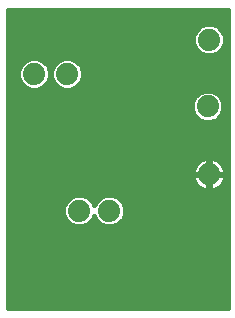
<source format=gbl>
G75*
G70*
%OFA0B0*%
%FSLAX24Y24*%
%IPPOS*%
%LPD*%
%AMOC8*
5,1,8,0,0,1.08239X$1,22.5*
%
%ADD10C,0.0740*%
%ADD11C,0.0160*%
D10*
X003980Y005380D03*
X004980Y005380D03*
X008260Y008850D03*
X008310Y011080D03*
X008310Y006590D03*
X003580Y009930D03*
X002480Y009930D03*
D11*
X001610Y012066D02*
X001610Y002130D01*
X008930Y002130D01*
X008930Y012066D01*
X001610Y012066D01*
X001610Y011996D02*
X008930Y011996D01*
X008930Y011837D02*
X001610Y011837D01*
X001610Y011679D02*
X008930Y011679D01*
X008930Y011520D02*
X008619Y011520D01*
X008610Y011529D02*
X008759Y011380D01*
X008840Y011185D01*
X008840Y010975D01*
X008759Y010780D01*
X008610Y010631D01*
X008415Y010550D01*
X008205Y010550D01*
X008010Y010631D01*
X007861Y010780D01*
X007780Y010975D01*
X007780Y011185D01*
X007861Y011380D01*
X008010Y011529D01*
X008205Y011610D01*
X008415Y011610D01*
X008610Y011529D01*
X008767Y011362D02*
X008930Y011362D01*
X008930Y011203D02*
X008833Y011203D01*
X008840Y011045D02*
X008930Y011045D01*
X008930Y010886D02*
X008803Y010886D01*
X008707Y010728D02*
X008930Y010728D01*
X008930Y010569D02*
X008461Y010569D01*
X008159Y010569D02*
X001610Y010569D01*
X001610Y010411D02*
X002255Y010411D01*
X002180Y010379D02*
X002031Y010230D01*
X001950Y010035D01*
X001950Y009825D01*
X002031Y009630D01*
X002180Y009481D01*
X002375Y009400D01*
X002585Y009400D01*
X002780Y009481D01*
X002929Y009630D01*
X003010Y009825D01*
X003010Y010035D01*
X002929Y010230D01*
X002780Y010379D01*
X002585Y010460D01*
X002375Y010460D01*
X002180Y010379D01*
X002053Y010252D02*
X001610Y010252D01*
X001610Y010094D02*
X001974Y010094D01*
X001950Y009935D02*
X001610Y009935D01*
X001610Y009777D02*
X001970Y009777D01*
X002042Y009618D02*
X001610Y009618D01*
X001610Y009460D02*
X002231Y009460D01*
X002729Y009460D02*
X003331Y009460D01*
X003280Y009481D02*
X003475Y009400D01*
X003685Y009400D01*
X003880Y009481D01*
X004029Y009630D01*
X004110Y009825D01*
X004110Y010035D01*
X004029Y010230D01*
X003880Y010379D01*
X003685Y010460D01*
X003475Y010460D01*
X003280Y010379D01*
X003131Y010230D01*
X003050Y010035D01*
X003050Y009825D01*
X003131Y009630D01*
X003280Y009481D01*
X003142Y009618D02*
X002918Y009618D01*
X002990Y009777D02*
X003070Y009777D01*
X003050Y009935D02*
X003010Y009935D01*
X002986Y010094D02*
X003074Y010094D01*
X003153Y010252D02*
X002907Y010252D01*
X002705Y010411D02*
X003355Y010411D01*
X003805Y010411D02*
X008930Y010411D01*
X008930Y010252D02*
X004007Y010252D01*
X004086Y010094D02*
X008930Y010094D01*
X008930Y009935D02*
X004110Y009935D01*
X004090Y009777D02*
X008930Y009777D01*
X008930Y009618D02*
X004018Y009618D01*
X003829Y009460D02*
X008930Y009460D01*
X008930Y009301D02*
X008556Y009301D01*
X008560Y009299D02*
X008365Y009380D01*
X008155Y009380D01*
X007960Y009299D01*
X007811Y009150D01*
X007730Y008955D01*
X007730Y008745D01*
X007811Y008550D01*
X007960Y008401D01*
X008155Y008320D01*
X008365Y008320D01*
X008560Y008401D01*
X008709Y008550D01*
X008790Y008745D01*
X008790Y008955D01*
X008709Y009150D01*
X008560Y009299D01*
X008712Y009143D02*
X008930Y009143D01*
X008930Y008984D02*
X008778Y008984D01*
X008790Y008826D02*
X008930Y008826D01*
X008930Y008667D02*
X008758Y008667D01*
X008668Y008509D02*
X008930Y008509D01*
X008930Y008350D02*
X008438Y008350D01*
X008082Y008350D02*
X001610Y008350D01*
X001610Y008192D02*
X008930Y008192D01*
X008930Y008033D02*
X001610Y008033D01*
X001610Y007875D02*
X008930Y007875D01*
X008930Y007716D02*
X001610Y007716D01*
X001610Y007558D02*
X008930Y007558D01*
X008930Y007399D02*
X001610Y007399D01*
X001610Y007241D02*
X008930Y007241D01*
X008930Y007082D02*
X008556Y007082D01*
X008521Y007100D02*
X008439Y007126D01*
X008353Y007140D01*
X008330Y007140D01*
X008330Y006610D01*
X008290Y006610D01*
X008290Y007140D01*
X008267Y007140D01*
X008181Y007126D01*
X008099Y007100D01*
X008022Y007060D01*
X007952Y007010D01*
X007890Y006948D01*
X007840Y006878D01*
X007800Y006801D01*
X007774Y006719D01*
X007760Y006633D01*
X007760Y006610D01*
X008290Y006610D01*
X008290Y006570D01*
X007760Y006570D01*
X007760Y006547D01*
X007774Y006461D01*
X007800Y006379D01*
X007840Y006302D01*
X007890Y006232D01*
X007952Y006170D01*
X008022Y006120D01*
X008099Y006080D01*
X008181Y006054D01*
X008267Y006040D01*
X008290Y006040D01*
X008290Y006570D01*
X008330Y006570D01*
X008330Y006610D01*
X008860Y006610D01*
X008860Y006633D01*
X008846Y006719D01*
X008820Y006801D01*
X008780Y006878D01*
X008730Y006948D01*
X008668Y007010D01*
X008598Y007060D01*
X008521Y007100D01*
X008330Y007082D02*
X008290Y007082D01*
X008290Y006924D02*
X008330Y006924D01*
X008330Y006765D02*
X008290Y006765D01*
X008290Y006607D02*
X001610Y006607D01*
X001610Y006448D02*
X007778Y006448D01*
X007848Y006290D02*
X001610Y006290D01*
X001610Y006131D02*
X008006Y006131D01*
X008290Y006131D02*
X008330Y006131D01*
X008330Y006040D02*
X008353Y006040D01*
X008439Y006054D01*
X008521Y006080D01*
X008598Y006120D01*
X008668Y006170D01*
X008730Y006232D01*
X008780Y006302D01*
X008820Y006379D01*
X008846Y006461D01*
X008860Y006547D01*
X008860Y006570D01*
X008330Y006570D01*
X008330Y006040D01*
X008330Y006290D02*
X008290Y006290D01*
X008290Y006448D02*
X008330Y006448D01*
X008330Y006607D02*
X008930Y006607D01*
X008930Y006448D02*
X008842Y006448D01*
X008772Y006290D02*
X008930Y006290D01*
X008930Y006131D02*
X008614Y006131D01*
X008930Y005973D02*
X001610Y005973D01*
X001610Y005814D02*
X003664Y005814D01*
X003680Y005829D02*
X003531Y005680D01*
X003450Y005485D01*
X003450Y005275D01*
X003531Y005080D01*
X003680Y004931D01*
X003875Y004850D01*
X004085Y004850D01*
X004280Y004931D01*
X004429Y005080D01*
X004480Y005202D01*
X004531Y005080D01*
X004680Y004931D01*
X004875Y004850D01*
X005085Y004850D01*
X005280Y004931D01*
X005429Y005080D01*
X005510Y005275D01*
X005510Y005485D01*
X005429Y005680D01*
X005280Y005829D01*
X005085Y005910D01*
X004875Y005910D01*
X004680Y005829D01*
X004531Y005680D01*
X004480Y005558D01*
X004429Y005680D01*
X004280Y005829D01*
X004085Y005910D01*
X003875Y005910D01*
X003680Y005829D01*
X003520Y005656D02*
X001610Y005656D01*
X001610Y005497D02*
X003455Y005497D01*
X003450Y005339D02*
X001610Y005339D01*
X001610Y005180D02*
X003489Y005180D01*
X003589Y005022D02*
X001610Y005022D01*
X001610Y004863D02*
X003843Y004863D01*
X004117Y004863D02*
X004843Y004863D01*
X005117Y004863D02*
X008930Y004863D01*
X008930Y004705D02*
X001610Y004705D01*
X001610Y004546D02*
X008930Y004546D01*
X008930Y004388D02*
X001610Y004388D01*
X001610Y004229D02*
X008930Y004229D01*
X008930Y004071D02*
X001610Y004071D01*
X001610Y003912D02*
X008930Y003912D01*
X008930Y003754D02*
X001610Y003754D01*
X001610Y003595D02*
X008930Y003595D01*
X008930Y003437D02*
X001610Y003437D01*
X001610Y003278D02*
X008930Y003278D01*
X008930Y003120D02*
X001610Y003120D01*
X001610Y002961D02*
X008930Y002961D01*
X008930Y002803D02*
X001610Y002803D01*
X001610Y002644D02*
X008930Y002644D01*
X008930Y002486D02*
X001610Y002486D01*
X001610Y002327D02*
X008930Y002327D01*
X008930Y002169D02*
X001610Y002169D01*
X004371Y005022D02*
X004589Y005022D01*
X004489Y005180D02*
X004471Y005180D01*
X004440Y005656D02*
X004520Y005656D01*
X004664Y005814D02*
X004296Y005814D01*
X005296Y005814D02*
X008930Y005814D01*
X008930Y005656D02*
X005440Y005656D01*
X005505Y005497D02*
X008930Y005497D01*
X008930Y005339D02*
X005510Y005339D01*
X005471Y005180D02*
X008930Y005180D01*
X008930Y005022D02*
X005371Y005022D01*
X007789Y006765D02*
X001610Y006765D01*
X001610Y006924D02*
X007872Y006924D01*
X008064Y007082D02*
X001610Y007082D01*
X001610Y008509D02*
X007852Y008509D01*
X007762Y008667D02*
X001610Y008667D01*
X001610Y008826D02*
X007730Y008826D01*
X007742Y008984D02*
X001610Y008984D01*
X001610Y009143D02*
X007808Y009143D01*
X007964Y009301D02*
X001610Y009301D01*
X001610Y010728D02*
X007913Y010728D01*
X007817Y010886D02*
X001610Y010886D01*
X001610Y011045D02*
X007780Y011045D01*
X007787Y011203D02*
X001610Y011203D01*
X001610Y011362D02*
X007853Y011362D01*
X008001Y011520D02*
X001610Y011520D01*
X008748Y006924D02*
X008930Y006924D01*
X008930Y006765D02*
X008831Y006765D01*
M02*

</source>
